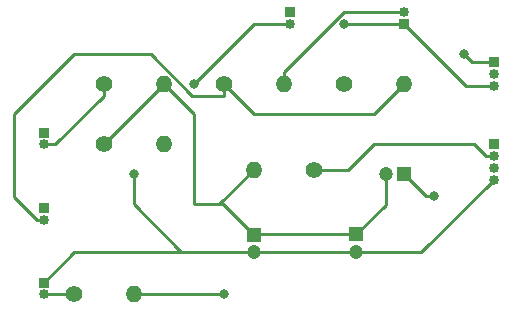
<source format=gbr>
%TF.GenerationSoftware,KiCad,Pcbnew,(6.0.10-0)*%
%TF.CreationDate,2023-01-15T22:19:43+09:00*%
%TF.ProjectId,interface,696e7465-7266-4616-9365-2e6b69636164,rev?*%
%TF.SameCoordinates,Original*%
%TF.FileFunction,Copper,L1,Top*%
%TF.FilePolarity,Positive*%
%FSLAX46Y46*%
G04 Gerber Fmt 4.6, Leading zero omitted, Abs format (unit mm)*
G04 Created by KiCad (PCBNEW (6.0.10-0)) date 2023-01-15 22:19:43*
%MOMM*%
%LPD*%
G01*
G04 APERTURE LIST*
%TA.AperFunction,ComponentPad*%
%ADD10C,1.400000*%
%TD*%
%TA.AperFunction,ComponentPad*%
%ADD11O,1.400000X1.400000*%
%TD*%
%TA.AperFunction,ComponentPad*%
%ADD12R,0.850000X0.850000*%
%TD*%
%TA.AperFunction,ComponentPad*%
%ADD13O,0.850000X0.850000*%
%TD*%
%TA.AperFunction,ComponentPad*%
%ADD14R,1.200000X1.200000*%
%TD*%
%TA.AperFunction,ComponentPad*%
%ADD15C,1.200000*%
%TD*%
%TA.AperFunction,ViaPad*%
%ADD16C,0.800000*%
%TD*%
%TA.AperFunction,Conductor*%
%ADD17C,0.250000*%
%TD*%
G04 APERTURE END LIST*
D10*
%TO.P,R4,1*%
%TO.N,Net-(R4-Pad1)*%
X144780000Y-101230000D03*
D11*
%TO.P,R4,2*%
%TO.N,Net-(C1-Pad2)*%
X139700000Y-101230000D03*
%TD*%
D12*
%TO.P,J4,1,Pin_1*%
%TO.N,Net-(J4-Pad1)*%
X121954870Y-104456250D03*
D13*
%TO.P,J4,2,Pin_2*%
%TO.N,Net-(J4-Pad2)*%
X121954870Y-105456250D03*
%TD*%
D12*
%TO.P,J3,1,Pin_1*%
%TO.N,Net-(C3-Pad2)*%
X121920000Y-98060000D03*
D13*
%TO.P,J3,2,Pin_2*%
%TO.N,Net-(R1-Pad1)*%
X121920000Y-99060000D03*
%TD*%
D12*
%TO.P,J6,1,Pin_1*%
%TO.N,Net-(C3-Pad2)*%
X142781724Y-87855000D03*
D13*
%TO.P,J6,2,Pin_2*%
%TO.N,Net-(R2-Pad2)*%
X142781724Y-88855000D03*
%TD*%
D10*
%TO.P,R6,1*%
%TO.N,Net-(J1-Pad1)*%
X147320000Y-93980000D03*
D11*
%TO.P,R6,2*%
%TO.N,Net-(J4-Pad2)*%
X152400000Y-93980000D03*
%TD*%
D10*
%TO.P,R5,1*%
%TO.N,Net-(J4-Pad2)*%
X137160000Y-93980000D03*
D11*
%TO.P,R5,2*%
%TO.N,Net-(J7-Pad2)*%
X142240000Y-93980000D03*
%TD*%
D10*
%TO.P,R3,1*%
%TO.N,Net-(J5-Pad2)*%
X124460000Y-111760000D03*
D11*
%TO.P,R3,2*%
%TO.N,Net-(C1-Pad1)*%
X129540000Y-111760000D03*
%TD*%
D10*
%TO.P,R2,1*%
%TO.N,Net-(C1-Pad2)*%
X127000000Y-99060000D03*
D11*
%TO.P,R2,2*%
%TO.N,Net-(R2-Pad2)*%
X132080000Y-99060000D03*
%TD*%
D10*
%TO.P,R1,1*%
%TO.N,Net-(R1-Pad1)*%
X127000000Y-93980000D03*
D11*
%TO.P,R1,2*%
%TO.N,Net-(C1-Pad2)*%
X132080000Y-93980000D03*
%TD*%
D12*
%TO.P,J7,1,Pin_1*%
%TO.N,Net-(J4-Pad1)*%
X152400000Y-88858750D03*
D13*
%TO.P,J7,2,Pin_2*%
%TO.N,Net-(J7-Pad2)*%
X152400000Y-87858750D03*
%TD*%
D12*
%TO.P,J5,1,Pin_1*%
%TO.N,Net-(C3-Pad2)*%
X121920000Y-110760000D03*
D13*
%TO.P,J5,2,Pin_2*%
%TO.N,Net-(J5-Pad2)*%
X121920000Y-111760000D03*
%TD*%
D12*
%TO.P,J2,1,Pin_1*%
%TO.N,Net-(C1-Pad1)*%
X160020000Y-99060000D03*
D13*
%TO.P,J2,2,Pin_2*%
%TO.N,Net-(R4-Pad1)*%
X160020000Y-100060000D03*
%TO.P,J2,3,Pin_3*%
%TO.N,unconnected-(J2-Pad3)*%
X160020000Y-101060000D03*
%TO.P,J2,4,Pin_4*%
%TO.N,Net-(C3-Pad2)*%
X160020000Y-102060000D03*
%TD*%
D12*
%TO.P,J1,1,Pin_1*%
%TO.N,Net-(J1-Pad1)*%
X160032026Y-92125000D03*
D13*
%TO.P,J1,2,Pin_2*%
%TO.N,unconnected-(J1-Pad2)*%
X160032026Y-93125000D03*
%TO.P,J1,3,Pin_3*%
%TO.N,Net-(J4-Pad1)*%
X160032026Y-94125000D03*
%TD*%
D14*
%TO.P,C3,1*%
%TO.N,Net-(C1-Pad2)*%
X139700000Y-106717446D03*
D15*
%TO.P,C3,2*%
%TO.N,Net-(C3-Pad2)*%
X139700000Y-108217446D03*
%TD*%
D14*
%TO.P,C2,1*%
%TO.N,Net-(C1-Pad2)*%
X148400000Y-106680000D03*
D15*
%TO.P,C2,2*%
%TO.N,Net-(C3-Pad2)*%
X148400000Y-108180000D03*
%TD*%
D14*
%TO.P,C1,1*%
%TO.N,Net-(C1-Pad1)*%
X152400000Y-101600000D03*
D15*
%TO.P,C1,2*%
%TO.N,Net-(C1-Pad2)*%
X150900000Y-101600000D03*
%TD*%
D16*
%TO.N,Net-(C1-Pad1)*%
X154940000Y-103465000D03*
%TO.N,Net-(C3-Pad2)*%
X129540000Y-101600000D03*
%TO.N,Net-(R2-Pad2)*%
X134620000Y-93980000D03*
%TO.N,Net-(J1-Pad1)*%
X157480000Y-91440000D03*
%TO.N,Net-(J4-Pad1)*%
X147320000Y-88900000D03*
%TO.N,Net-(C1-Pad1)*%
X137160000Y-111760000D03*
%TD*%
D17*
%TO.N,Net-(R4-Pad1)*%
X144780000Y-101230000D02*
X147690000Y-101230000D01*
X147690000Y-101230000D02*
X149860000Y-99060000D01*
X149860000Y-99060000D02*
X158370000Y-99060000D01*
X158370000Y-99060000D02*
X159370000Y-100060000D01*
X159370000Y-100060000D02*
X160020000Y-100060000D01*
%TO.N,Net-(C1-Pad2)*%
X136790000Y-104140000D02*
X137122554Y-104140000D01*
X137122554Y-104140000D02*
X139700000Y-106717446D01*
X134620000Y-104140000D02*
X136790000Y-104140000D01*
X136790000Y-104140000D02*
X139700000Y-101230000D01*
X148400000Y-106680000D02*
X139737446Y-106680000D01*
X139737446Y-106680000D02*
X139700000Y-106717446D01*
%TO.N,Net-(C3-Pad2)*%
X148400000Y-108180000D02*
X139737446Y-108180000D01*
X139737446Y-108180000D02*
X139700000Y-108217446D01*
X133580000Y-108180000D02*
X133617446Y-108217446D01*
X133617446Y-108217446D02*
X139700000Y-108217446D01*
%TO.N,Net-(J4-Pad2)*%
X152400000Y-93980000D02*
X149860000Y-96520000D01*
X149860000Y-96520000D02*
X139700000Y-96520000D01*
X139700000Y-96520000D02*
X137160000Y-93980000D01*
%TO.N,Net-(C1-Pad1)*%
X152400000Y-101600000D02*
X154265000Y-103465000D01*
X154265000Y-103465000D02*
X154940000Y-103465000D01*
%TO.N,Net-(C1-Pad2)*%
X150900000Y-101600000D02*
X150900000Y-104180000D01*
X150900000Y-104180000D02*
X148400000Y-106680000D01*
%TO.N,Net-(R1-Pad1)*%
X127000000Y-93980000D02*
X127000000Y-94969949D01*
X122909949Y-99060000D02*
X121920000Y-99060000D01*
X127000000Y-94969949D02*
X122909949Y-99060000D01*
%TO.N,Net-(J4-Pad2)*%
X130989569Y-91440000D02*
X124460000Y-91440000D01*
X134519518Y-94969949D02*
X130989569Y-91440000D01*
X137160000Y-94969949D02*
X134519518Y-94969949D01*
X119380000Y-103482420D02*
X121353830Y-105456250D01*
X124460000Y-91440000D02*
X119380000Y-96520000D01*
X137160000Y-93980000D02*
X137160000Y-94969949D01*
X119380000Y-96520000D02*
X119380000Y-103482420D01*
X121353830Y-105456250D02*
X121954870Y-105456250D01*
%TO.N,Net-(C3-Pad2)*%
X124500000Y-108180000D02*
X133580000Y-108180000D01*
X129540000Y-101600000D02*
X129540000Y-104140000D01*
X129540000Y-104140000D02*
X133580000Y-108180000D01*
%TO.N,Net-(J7-Pad2)*%
X152400000Y-87858750D02*
X147335945Y-87858750D01*
X147335945Y-87858750D02*
X142240000Y-92954695D01*
X142240000Y-92954695D02*
X142240000Y-93980000D01*
%TO.N,Net-(R2-Pad2)*%
X139745000Y-88855000D02*
X134620000Y-93980000D01*
X142781724Y-88855000D02*
X139745000Y-88855000D01*
%TO.N,Net-(J1-Pad1)*%
X158165000Y-92125000D02*
X157480000Y-91440000D01*
X160032026Y-92125000D02*
X158165000Y-92125000D01*
%TO.N,Net-(J4-Pad1)*%
X151683750Y-88900000D02*
X147320000Y-88900000D01*
X151725000Y-88858750D02*
X151683750Y-88900000D01*
X152400000Y-88858750D02*
X151725000Y-88858750D01*
X160032026Y-94125000D02*
X157666250Y-94125000D01*
X157666250Y-94125000D02*
X152400000Y-88858750D01*
%TO.N,Net-(C1-Pad2)*%
X134620000Y-96520000D02*
X134620000Y-104140000D01*
X132080000Y-93980000D02*
X134620000Y-96520000D01*
X132080000Y-93980000D02*
X127000000Y-99060000D01*
%TO.N,Net-(C3-Pad2)*%
X160020000Y-102060000D02*
X153900000Y-108180000D01*
X153900000Y-108180000D02*
X148400000Y-108180000D01*
%TO.N,Net-(C1-Pad1)*%
X129540000Y-111760000D02*
X137160000Y-111760000D01*
%TO.N,Net-(C3-Pad2)*%
X121920000Y-110760000D02*
X124500000Y-108180000D01*
%TO.N,Net-(J5-Pad2)*%
X121920000Y-111760000D02*
X124460000Y-111760000D01*
%TD*%
M02*

</source>
